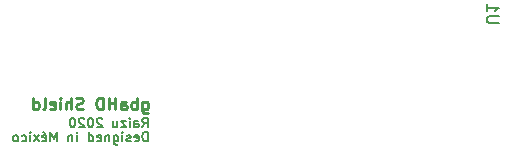
<source format=gbr>
%TF.GenerationSoftware,KiCad,Pcbnew,(5.1.8)-1*%
%TF.CreationDate,2021-01-10T00:46:59-06:00*%
%TF.ProjectId,GBAHD_Shield,47424148-445f-4536-9869-656c642e6b69,rev?*%
%TF.SameCoordinates,Original*%
%TF.FileFunction,Legend,Bot*%
%TF.FilePolarity,Positive*%
%FSLAX46Y46*%
G04 Gerber Fmt 4.6, Leading zero omitted, Abs format (unit mm)*
G04 Created by KiCad (PCBNEW (5.1.8)-1) date 2021-01-10 00:46:59*
%MOMM*%
%LPD*%
G01*
G04 APERTURE LIST*
%ADD10C,0.150000*%
%ADD11C,0.250000*%
G04 APERTURE END LIST*
D10*
X57812023Y-58811904D02*
X57812023Y-58011904D01*
X57621547Y-58011904D01*
X57507261Y-58050000D01*
X57431071Y-58126190D01*
X57392976Y-58202380D01*
X57354880Y-58354761D01*
X57354880Y-58469047D01*
X57392976Y-58621428D01*
X57431071Y-58697619D01*
X57507261Y-58773809D01*
X57621547Y-58811904D01*
X57812023Y-58811904D01*
X56707261Y-58773809D02*
X56783452Y-58811904D01*
X56935833Y-58811904D01*
X57012023Y-58773809D01*
X57050119Y-58697619D01*
X57050119Y-58392857D01*
X57012023Y-58316666D01*
X56935833Y-58278571D01*
X56783452Y-58278571D01*
X56707261Y-58316666D01*
X56669166Y-58392857D01*
X56669166Y-58469047D01*
X57050119Y-58545238D01*
X56364404Y-58773809D02*
X56288214Y-58811904D01*
X56135833Y-58811904D01*
X56059642Y-58773809D01*
X56021547Y-58697619D01*
X56021547Y-58659523D01*
X56059642Y-58583333D01*
X56135833Y-58545238D01*
X56250119Y-58545238D01*
X56326309Y-58507142D01*
X56364404Y-58430952D01*
X56364404Y-58392857D01*
X56326309Y-58316666D01*
X56250119Y-58278571D01*
X56135833Y-58278571D01*
X56059642Y-58316666D01*
X55678690Y-58811904D02*
X55678690Y-58278571D01*
X55678690Y-58011904D02*
X55716785Y-58050000D01*
X55678690Y-58088095D01*
X55640595Y-58050000D01*
X55678690Y-58011904D01*
X55678690Y-58088095D01*
X54954880Y-58278571D02*
X54954880Y-58926190D01*
X54992976Y-59002380D01*
X55031071Y-59040476D01*
X55107261Y-59078571D01*
X55221547Y-59078571D01*
X55297738Y-59040476D01*
X54954880Y-58773809D02*
X55031071Y-58811904D01*
X55183452Y-58811904D01*
X55259642Y-58773809D01*
X55297738Y-58735714D01*
X55335833Y-58659523D01*
X55335833Y-58430952D01*
X55297738Y-58354761D01*
X55259642Y-58316666D01*
X55183452Y-58278571D01*
X55031071Y-58278571D01*
X54954880Y-58316666D01*
X54573928Y-58278571D02*
X54573928Y-58811904D01*
X54573928Y-58354761D02*
X54535833Y-58316666D01*
X54459642Y-58278571D01*
X54345357Y-58278571D01*
X54269166Y-58316666D01*
X54231071Y-58392857D01*
X54231071Y-58811904D01*
X53545357Y-58773809D02*
X53621547Y-58811904D01*
X53773928Y-58811904D01*
X53850119Y-58773809D01*
X53888214Y-58697619D01*
X53888214Y-58392857D01*
X53850119Y-58316666D01*
X53773928Y-58278571D01*
X53621547Y-58278571D01*
X53545357Y-58316666D01*
X53507261Y-58392857D01*
X53507261Y-58469047D01*
X53888214Y-58545238D01*
X52821547Y-58811904D02*
X52821547Y-58011904D01*
X52821547Y-58773809D02*
X52897738Y-58811904D01*
X53050119Y-58811904D01*
X53126309Y-58773809D01*
X53164404Y-58735714D01*
X53202500Y-58659523D01*
X53202500Y-58430952D01*
X53164404Y-58354761D01*
X53126309Y-58316666D01*
X53050119Y-58278571D01*
X52897738Y-58278571D01*
X52821547Y-58316666D01*
X51831071Y-58811904D02*
X51831071Y-58278571D01*
X51831071Y-58011904D02*
X51869166Y-58050000D01*
X51831071Y-58088095D01*
X51792976Y-58050000D01*
X51831071Y-58011904D01*
X51831071Y-58088095D01*
X51450119Y-58278571D02*
X51450119Y-58811904D01*
X51450119Y-58354761D02*
X51412023Y-58316666D01*
X51335833Y-58278571D01*
X51221547Y-58278571D01*
X51145357Y-58316666D01*
X51107261Y-58392857D01*
X51107261Y-58811904D01*
X50116785Y-58811904D02*
X50116785Y-58011904D01*
X49850119Y-58583333D01*
X49583452Y-58011904D01*
X49583452Y-58811904D01*
X48897738Y-58773809D02*
X48973928Y-58811904D01*
X49126309Y-58811904D01*
X49202500Y-58773809D01*
X49240595Y-58697619D01*
X49240595Y-58392857D01*
X49202500Y-58316666D01*
X49126309Y-58278571D01*
X48973928Y-58278571D01*
X48897738Y-58316666D01*
X48859642Y-58392857D01*
X48859642Y-58469047D01*
X49240595Y-58545238D01*
X48973928Y-57973809D02*
X49088214Y-58088095D01*
X48592976Y-58811904D02*
X48173928Y-58278571D01*
X48592976Y-58278571D02*
X48173928Y-58811904D01*
X47869166Y-58811904D02*
X47869166Y-58278571D01*
X47869166Y-58011904D02*
X47907261Y-58050000D01*
X47869166Y-58088095D01*
X47831071Y-58050000D01*
X47869166Y-58011904D01*
X47869166Y-58088095D01*
X47145357Y-58773809D02*
X47221547Y-58811904D01*
X47373928Y-58811904D01*
X47450119Y-58773809D01*
X47488214Y-58735714D01*
X47526309Y-58659523D01*
X47526309Y-58430952D01*
X47488214Y-58354761D01*
X47450119Y-58316666D01*
X47373928Y-58278571D01*
X47221547Y-58278571D01*
X47145357Y-58316666D01*
X46688214Y-58811904D02*
X46764404Y-58773809D01*
X46802500Y-58735714D01*
X46840595Y-58659523D01*
X46840595Y-58430952D01*
X46802500Y-58354761D01*
X46764404Y-58316666D01*
X46688214Y-58278571D01*
X46573928Y-58278571D01*
X46497738Y-58316666D01*
X46459642Y-58354761D01*
X46421547Y-58430952D01*
X46421547Y-58659523D01*
X46459642Y-58735714D01*
X46497738Y-58773809D01*
X46573928Y-58811904D01*
X46688214Y-58811904D01*
X57346547Y-57611904D02*
X57613214Y-57230952D01*
X57803690Y-57611904D02*
X57803690Y-56811904D01*
X57498928Y-56811904D01*
X57422738Y-56850000D01*
X57384643Y-56888095D01*
X57346547Y-56964285D01*
X57346547Y-57078571D01*
X57384643Y-57154761D01*
X57422738Y-57192857D01*
X57498928Y-57230952D01*
X57803690Y-57230952D01*
X56660833Y-57611904D02*
X56660833Y-57192857D01*
X56698928Y-57116666D01*
X56775119Y-57078571D01*
X56927500Y-57078571D01*
X57003690Y-57116666D01*
X56660833Y-57573809D02*
X56737024Y-57611904D01*
X56927500Y-57611904D01*
X57003690Y-57573809D01*
X57041786Y-57497619D01*
X57041786Y-57421428D01*
X57003690Y-57345238D01*
X56927500Y-57307142D01*
X56737024Y-57307142D01*
X56660833Y-57269047D01*
X56279881Y-57611904D02*
X56279881Y-57078571D01*
X56279881Y-56811904D02*
X56317976Y-56850000D01*
X56279881Y-56888095D01*
X56241786Y-56850000D01*
X56279881Y-56811904D01*
X56279881Y-56888095D01*
X55975119Y-57078571D02*
X55556071Y-57078571D01*
X55975119Y-57611904D01*
X55556071Y-57611904D01*
X54908452Y-57078571D02*
X54908452Y-57611904D01*
X55251309Y-57078571D02*
X55251309Y-57497619D01*
X55213214Y-57573809D01*
X55137024Y-57611904D01*
X55022738Y-57611904D01*
X54946547Y-57573809D01*
X54908452Y-57535714D01*
X53956071Y-56888095D02*
X53917976Y-56850000D01*
X53841786Y-56811904D01*
X53651309Y-56811904D01*
X53575119Y-56850000D01*
X53537024Y-56888095D01*
X53498928Y-56964285D01*
X53498928Y-57040476D01*
X53537024Y-57154761D01*
X53994167Y-57611904D01*
X53498928Y-57611904D01*
X53003690Y-56811904D02*
X52927500Y-56811904D01*
X52851309Y-56850000D01*
X52813214Y-56888095D01*
X52775119Y-56964285D01*
X52737024Y-57116666D01*
X52737024Y-57307142D01*
X52775119Y-57459523D01*
X52813214Y-57535714D01*
X52851309Y-57573809D01*
X52927500Y-57611904D01*
X53003690Y-57611904D01*
X53079881Y-57573809D01*
X53117976Y-57535714D01*
X53156071Y-57459523D01*
X53194167Y-57307142D01*
X53194167Y-57116666D01*
X53156071Y-56964285D01*
X53117976Y-56888095D01*
X53079881Y-56850000D01*
X53003690Y-56811904D01*
X52432262Y-56888095D02*
X52394167Y-56850000D01*
X52317976Y-56811904D01*
X52127500Y-56811904D01*
X52051309Y-56850000D01*
X52013214Y-56888095D01*
X51975119Y-56964285D01*
X51975119Y-57040476D01*
X52013214Y-57154761D01*
X52470357Y-57611904D01*
X51975119Y-57611904D01*
X51479881Y-56811904D02*
X51403690Y-56811904D01*
X51327500Y-56850000D01*
X51289405Y-56888095D01*
X51251309Y-56964285D01*
X51213214Y-57116666D01*
X51213214Y-57307142D01*
X51251309Y-57459523D01*
X51289405Y-57535714D01*
X51327500Y-57573809D01*
X51403690Y-57611904D01*
X51479881Y-57611904D01*
X51556071Y-57573809D01*
X51594167Y-57535714D01*
X51632262Y-57459523D01*
X51670357Y-57307142D01*
X51670357Y-57116666D01*
X51632262Y-56964285D01*
X51594167Y-56888095D01*
X51556071Y-56850000D01*
X51479881Y-56811904D01*
D11*
X57377976Y-55435714D02*
X57377976Y-56245238D01*
X57425595Y-56340476D01*
X57473214Y-56388095D01*
X57568452Y-56435714D01*
X57711309Y-56435714D01*
X57806547Y-56388095D01*
X57377976Y-56054761D02*
X57473214Y-56102380D01*
X57663690Y-56102380D01*
X57758928Y-56054761D01*
X57806547Y-56007142D01*
X57854166Y-55911904D01*
X57854166Y-55626190D01*
X57806547Y-55530952D01*
X57758928Y-55483333D01*
X57663690Y-55435714D01*
X57473214Y-55435714D01*
X57377976Y-55483333D01*
X56901785Y-56102380D02*
X56901785Y-55102380D01*
X56901785Y-55483333D02*
X56806547Y-55435714D01*
X56616071Y-55435714D01*
X56520833Y-55483333D01*
X56473214Y-55530952D01*
X56425595Y-55626190D01*
X56425595Y-55911904D01*
X56473214Y-56007142D01*
X56520833Y-56054761D01*
X56616071Y-56102380D01*
X56806547Y-56102380D01*
X56901785Y-56054761D01*
X55568452Y-56102380D02*
X55568452Y-55578571D01*
X55616071Y-55483333D01*
X55711309Y-55435714D01*
X55901785Y-55435714D01*
X55997023Y-55483333D01*
X55568452Y-56054761D02*
X55663690Y-56102380D01*
X55901785Y-56102380D01*
X55997023Y-56054761D01*
X56044643Y-55959523D01*
X56044643Y-55864285D01*
X55997023Y-55769047D01*
X55901785Y-55721428D01*
X55663690Y-55721428D01*
X55568452Y-55673809D01*
X55092262Y-56102380D02*
X55092262Y-55102380D01*
X55092262Y-55578571D02*
X54520833Y-55578571D01*
X54520833Y-56102380D02*
X54520833Y-55102380D01*
X54044643Y-56102380D02*
X54044643Y-55102380D01*
X53806547Y-55102380D01*
X53663690Y-55150000D01*
X53568452Y-55245238D01*
X53520833Y-55340476D01*
X53473214Y-55530952D01*
X53473214Y-55673809D01*
X53520833Y-55864285D01*
X53568452Y-55959523D01*
X53663690Y-56054761D01*
X53806547Y-56102380D01*
X54044643Y-56102380D01*
X52330357Y-56054761D02*
X52187500Y-56102380D01*
X51949404Y-56102380D01*
X51854166Y-56054761D01*
X51806547Y-56007142D01*
X51758928Y-55911904D01*
X51758928Y-55816666D01*
X51806547Y-55721428D01*
X51854166Y-55673809D01*
X51949404Y-55626190D01*
X52139881Y-55578571D01*
X52235119Y-55530952D01*
X52282738Y-55483333D01*
X52330357Y-55388095D01*
X52330357Y-55292857D01*
X52282738Y-55197619D01*
X52235119Y-55150000D01*
X52139881Y-55102380D01*
X51901785Y-55102380D01*
X51758928Y-55150000D01*
X51330357Y-56102380D02*
X51330357Y-55102380D01*
X50901785Y-56102380D02*
X50901785Y-55578571D01*
X50949404Y-55483333D01*
X51044643Y-55435714D01*
X51187500Y-55435714D01*
X51282738Y-55483333D01*
X51330357Y-55530952D01*
X50425595Y-56102380D02*
X50425595Y-55435714D01*
X50425595Y-55102380D02*
X50473214Y-55150000D01*
X50425595Y-55197619D01*
X50377976Y-55150000D01*
X50425595Y-55102380D01*
X50425595Y-55197619D01*
X49568452Y-56054761D02*
X49663690Y-56102380D01*
X49854166Y-56102380D01*
X49949404Y-56054761D01*
X49997023Y-55959523D01*
X49997023Y-55578571D01*
X49949404Y-55483333D01*
X49854166Y-55435714D01*
X49663690Y-55435714D01*
X49568452Y-55483333D01*
X49520833Y-55578571D01*
X49520833Y-55673809D01*
X49997023Y-55769047D01*
X48949404Y-56102380D02*
X49044643Y-56054761D01*
X49092262Y-55959523D01*
X49092262Y-55102380D01*
X48139881Y-56102380D02*
X48139881Y-55102380D01*
X48139881Y-56054761D02*
X48235119Y-56102380D01*
X48425595Y-56102380D01*
X48520833Y-56054761D01*
X48568452Y-56007142D01*
X48616071Y-55911904D01*
X48616071Y-55626190D01*
X48568452Y-55530952D01*
X48520833Y-55483333D01*
X48425595Y-55435714D01*
X48235119Y-55435714D01*
X48139881Y-55483333D01*
%TO.C,U1*%
D10*
X87539619Y-48761904D02*
X86730095Y-48761904D01*
X86634857Y-48714285D01*
X86587238Y-48666666D01*
X86539619Y-48571428D01*
X86539619Y-48380952D01*
X86587238Y-48285714D01*
X86634857Y-48238095D01*
X86730095Y-48190476D01*
X87539619Y-48190476D01*
X86539619Y-47190476D02*
X86539619Y-47761904D01*
X86539619Y-47476190D02*
X87539619Y-47476190D01*
X87396761Y-47571428D01*
X87301523Y-47666666D01*
X87253904Y-47761904D01*
%TD*%
M02*

</source>
